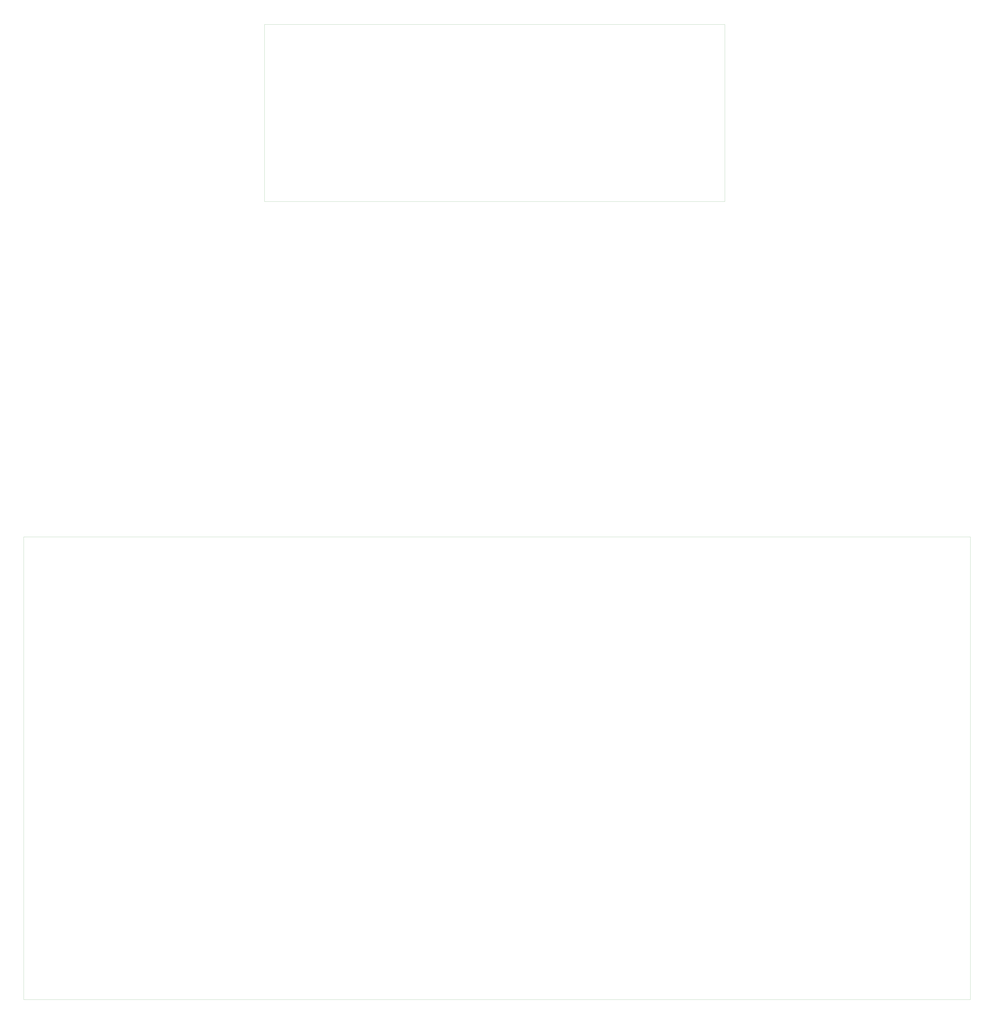
<source format=gbr>
%TF.GenerationSoftware,KiCad,Pcbnew,9.0.1*%
%TF.CreationDate,2025-07-31T04:03:32-05:00*%
%TF.ProjectId,TractionInverter,54726163-7469-46f6-9e49-6e7665727465,rev?*%
%TF.SameCoordinates,Original*%
%TF.FileFunction,Profile,NP*%
%FSLAX46Y46*%
G04 Gerber Fmt 4.6, Leading zero omitted, Abs format (unit mm)*
G04 Created by KiCad (PCBNEW 9.0.1) date 2025-07-31 04:03:32*
%MOMM*%
%LPD*%
G01*
G04 APERTURE LIST*
%TA.AperFunction,Profile*%
%ADD10C,0.050000*%
%TD*%
G04 APERTURE END LIST*
D10*
X13643207Y-34360295D02*
X319940000Y-34360295D01*
X319940000Y-152110295D01*
X13643207Y-152110295D01*
X13643207Y-34360295D01*
X-146500000Y-375250000D02*
X483250000Y-375250000D01*
X483250000Y-683000000D01*
X-146500000Y-683000000D01*
X-146500000Y-375250000D01*
M02*

</source>
